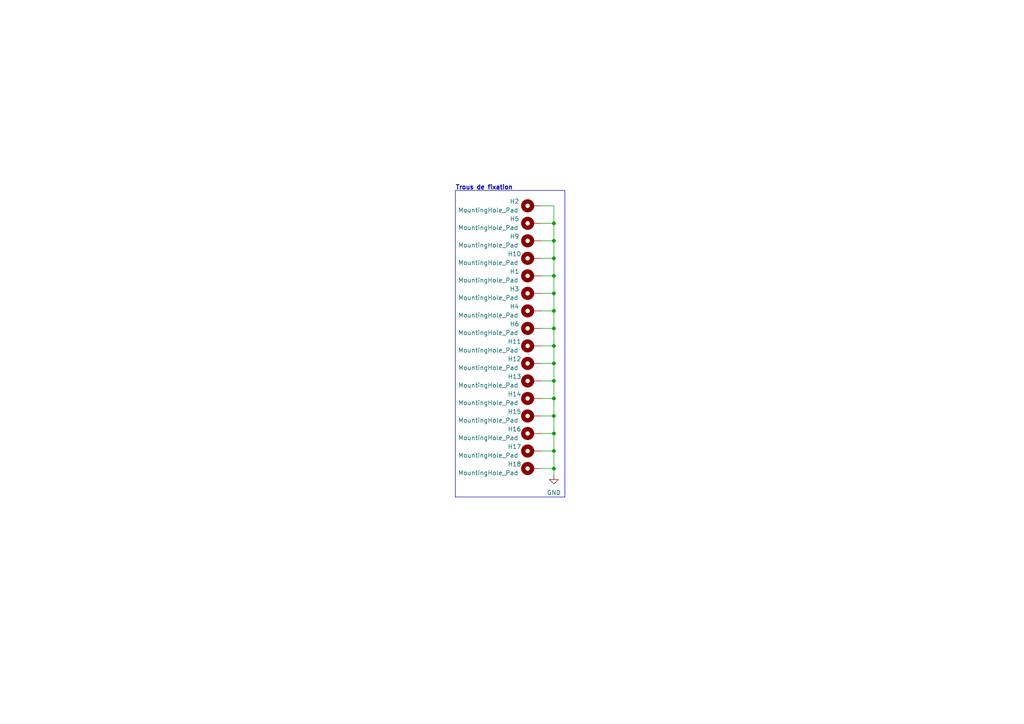
<source format=kicad_sch>
(kicad_sch (version 20230121) (generator eeschema)

  (uuid 3408d0eb-193c-4a64-ae21-39689b1acf7d)

  (paper "A4")

  (lib_symbols
    (symbol "Mechanical:MountingHole_Pad" (pin_numbers hide) (pin_names (offset 1.016) hide) (in_bom yes) (on_board yes)
      (property "Reference" "H" (at 0 6.35 0)
        (effects (font (size 1.27 1.27)))
      )
      (property "Value" "MountingHole_Pad" (at 0 4.445 0)
        (effects (font (size 1.27 1.27)))
      )
      (property "Footprint" "" (at 0 0 0)
        (effects (font (size 1.27 1.27)) hide)
      )
      (property "Datasheet" "~" (at 0 0 0)
        (effects (font (size 1.27 1.27)) hide)
      )
      (property "ki_keywords" "mounting hole" (at 0 0 0)
        (effects (font (size 1.27 1.27)) hide)
      )
      (property "ki_description" "Mounting Hole with connection" (at 0 0 0)
        (effects (font (size 1.27 1.27)) hide)
      )
      (property "ki_fp_filters" "MountingHole*Pad*" (at 0 0 0)
        (effects (font (size 1.27 1.27)) hide)
      )
      (symbol "MountingHole_Pad_0_1"
        (circle (center 0 1.27) (radius 1.27)
          (stroke (width 1.27) (type default))
          (fill (type none))
        )
      )
      (symbol "MountingHole_Pad_1_1"
        (pin input line (at 0 -2.54 90) (length 2.54)
          (name "1" (effects (font (size 1.27 1.27))))
          (number "1" (effects (font (size 1.27 1.27))))
        )
      )
    )
    (symbol "power:GND" (power) (pin_names (offset 0)) (in_bom yes) (on_board yes)
      (property "Reference" "#PWR" (at 0 -6.35 0)
        (effects (font (size 1.27 1.27)) hide)
      )
      (property "Value" "GND" (at 0 -3.81 0)
        (effects (font (size 1.27 1.27)))
      )
      (property "Footprint" "" (at 0 0 0)
        (effects (font (size 1.27 1.27)) hide)
      )
      (property "Datasheet" "" (at 0 0 0)
        (effects (font (size 1.27 1.27)) hide)
      )
      (property "ki_keywords" "global power" (at 0 0 0)
        (effects (font (size 1.27 1.27)) hide)
      )
      (property "ki_description" "Power symbol creates a global label with name \"GND\" , ground" (at 0 0 0)
        (effects (font (size 1.27 1.27)) hide)
      )
      (symbol "GND_0_1"
        (polyline
          (pts
            (xy 0 0)
            (xy 0 -1.27)
            (xy 1.27 -1.27)
            (xy 0 -2.54)
            (xy -1.27 -1.27)
            (xy 0 -1.27)
          )
          (stroke (width 0) (type default))
          (fill (type none))
        )
      )
      (symbol "GND_1_1"
        (pin power_in line (at 0 0 270) (length 0) hide
          (name "GND" (effects (font (size 1.27 1.27))))
          (number "1" (effects (font (size 1.27 1.27))))
        )
      )
    )
  )

  (junction (at 160.655 110.49) (diameter 0) (color 0 0 0 0)
    (uuid 2503c41e-5b8d-452d-9b3e-c1d79a3f0b0d)
  )
  (junction (at 160.655 80.01) (diameter 0) (color 0 0 0 0)
    (uuid 31e87d19-327e-4cb6-83a9-b1552655d88c)
  )
  (junction (at 160.655 85.09) (diameter 0) (color 0 0 0 0)
    (uuid 47a02279-3c1c-4561-9ae1-c8011f5040ea)
  )
  (junction (at 160.655 95.25) (diameter 0) (color 0 0 0 0)
    (uuid 48f80204-f55d-44b5-9a5e-03c3abdaefdf)
  )
  (junction (at 160.655 120.65) (diameter 0) (color 0 0 0 0)
    (uuid 5ac3e7d7-86d7-44a6-90e2-67f524f0f06d)
  )
  (junction (at 160.655 115.57) (diameter 0) (color 0 0 0 0)
    (uuid 899949f2-e629-4c5e-bf2b-5d1270e81640)
  )
  (junction (at 160.655 69.85) (diameter 0) (color 0 0 0 0)
    (uuid 8b7076fe-47a4-4a93-a0b6-f76776d0a606)
  )
  (junction (at 160.655 64.77) (diameter 0) (color 0 0 0 0)
    (uuid 938554c6-387f-4025-b5aa-becac12fef38)
  )
  (junction (at 160.655 105.41) (diameter 0) (color 0 0 0 0)
    (uuid 97640046-288f-4ca8-9e7e-2b2031dbf82b)
  )
  (junction (at 160.655 74.93) (diameter 0) (color 0 0 0 0)
    (uuid 9aac5c46-9b9a-4eae-8af7-576a7a6e73bf)
  )
  (junction (at 160.655 135.89) (diameter 0) (color 0 0 0 0)
    (uuid abc936ac-fe4d-463a-b21b-9a557119293f)
  )
  (junction (at 160.655 125.73) (diameter 0) (color 0 0 0 0)
    (uuid c5ed16ef-f8f1-4b26-b1dd-7a796c79fc64)
  )
  (junction (at 160.655 90.17) (diameter 0) (color 0 0 0 0)
    (uuid dfb552f0-f8c5-48cb-b887-3c96e05a6282)
  )
  (junction (at 160.655 130.81) (diameter 0) (color 0 0 0 0)
    (uuid e3d06e40-0a64-4e9b-851d-2477c720bd59)
  )
  (junction (at 160.655 100.33) (diameter 0) (color 0 0 0 0)
    (uuid e960e0bc-533f-4765-a986-8dc5841204bf)
  )

  (wire (pts (xy 160.655 90.17) (xy 160.655 95.25))
    (stroke (width 0) (type default))
    (uuid 0733ca08-b65e-4855-8f96-c0d3fc26cc11)
  )
  (wire (pts (xy 160.655 74.93) (xy 160.655 80.01))
    (stroke (width 0) (type default))
    (uuid 085e720c-07c9-4b83-b10b-ba9d5cd6e682)
  )
  (wire (pts (xy 160.655 115.57) (xy 160.655 120.65))
    (stroke (width 0) (type default))
    (uuid 0db4ac01-b00c-4224-b49b-8b7b273083eb)
  )
  (wire (pts (xy 160.655 105.41) (xy 160.655 110.49))
    (stroke (width 0) (type default))
    (uuid 184cee01-89a0-4730-994d-48345d168673)
  )
  (wire (pts (xy 156.845 125.73) (xy 160.655 125.73))
    (stroke (width 0) (type default))
    (uuid 2a0a9b7b-62e0-421d-85d1-c34d7fee7e23)
  )
  (wire (pts (xy 160.655 100.33) (xy 160.655 105.41))
    (stroke (width 0) (type default))
    (uuid 3454b23e-b223-4ad3-a44d-e723f396e590)
  )
  (wire (pts (xy 160.655 95.25) (xy 160.655 100.33))
    (stroke (width 0) (type default))
    (uuid 35ea034b-ded2-40fd-b22a-da1511163ba7)
  )
  (wire (pts (xy 160.655 74.93) (xy 156.845 74.93))
    (stroke (width 0) (type default))
    (uuid 450e09c3-0756-4180-9839-f42f3127626a)
  )
  (wire (pts (xy 160.655 135.89) (xy 160.655 137.795))
    (stroke (width 0) (type default))
    (uuid 452c9ac9-06d2-4e23-8a33-818143e6a5ab)
  )
  (polyline (pts (xy 132.08 55.245) (xy 132.08 144.145))
    (stroke (width 0) (type default))
    (uuid 4fc000ab-85b7-4986-bd82-a797d5d6d9a6)
  )

  (wire (pts (xy 156.845 130.81) (xy 160.655 130.81))
    (stroke (width 0) (type default))
    (uuid 54cb5def-7186-4add-ab85-5754e20db14c)
  )
  (wire (pts (xy 160.655 59.69) (xy 160.655 64.77))
    (stroke (width 0) (type default))
    (uuid 5a0bb9c1-3067-4524-b03c-753b0f292c35)
  )
  (wire (pts (xy 160.655 64.77) (xy 156.845 64.77))
    (stroke (width 0) (type default))
    (uuid 5b61c33c-9116-4ff3-82b3-fe08a9da14f5)
  )
  (wire (pts (xy 156.845 100.33) (xy 160.655 100.33))
    (stroke (width 0) (type default))
    (uuid 5e9a33c9-cde7-4303-b7fd-577437ea783a)
  )
  (wire (pts (xy 160.655 125.73) (xy 160.655 130.81))
    (stroke (width 0) (type default))
    (uuid 61d378b4-c1da-4ec4-beaa-0a06029a95bf)
  )
  (wire (pts (xy 156.845 59.69) (xy 160.655 59.69))
    (stroke (width 0) (type default))
    (uuid 66b275af-6289-4e14-aeaa-cc54a01afc2f)
  )
  (wire (pts (xy 160.655 69.85) (xy 156.845 69.85))
    (stroke (width 0) (type default))
    (uuid 6faef9a7-1e91-46e8-ae3c-abdce46304e9)
  )
  (wire (pts (xy 160.655 110.49) (xy 160.655 115.57))
    (stroke (width 0) (type default))
    (uuid 72ae465b-d5c4-48a0-8d6d-54101d3a8a46)
  )
  (wire (pts (xy 156.845 110.49) (xy 160.655 110.49))
    (stroke (width 0) (type default))
    (uuid 7fe5624d-e9c6-4f80-884a-d593823ab9ce)
  )
  (wire (pts (xy 156.845 120.65) (xy 160.655 120.65))
    (stroke (width 0) (type default))
    (uuid 80da4cdb-daa0-4300-b288-14ac4c30133c)
  )
  (wire (pts (xy 156.845 115.57) (xy 160.655 115.57))
    (stroke (width 0) (type default))
    (uuid 849a9eff-86ac-4a63-9f03-b1fdf79e9254)
  )
  (wire (pts (xy 156.845 95.25) (xy 160.655 95.25))
    (stroke (width 0) (type default))
    (uuid 8e59446a-b422-4233-a180-fc0efa2174de)
  )
  (wire (pts (xy 160.655 69.85) (xy 160.655 74.93))
    (stroke (width 0) (type default))
    (uuid 903b1167-c5d9-4a8b-b38a-e7bb4b3cba18)
  )
  (wire (pts (xy 160.655 64.77) (xy 160.655 69.85))
    (stroke (width 0) (type default))
    (uuid aa540e07-52a4-49ff-b551-14b973eea04e)
  )
  (polyline (pts (xy 132.08 144.145) (xy 163.83 144.145))
    (stroke (width 0) (type default))
    (uuid ac2fd412-482a-489b-820f-823d8bc4fa4c)
  )

  (wire (pts (xy 156.845 105.41) (xy 160.655 105.41))
    (stroke (width 0) (type default))
    (uuid b32919b0-7770-4c18-9172-ef4c35d2f6e2)
  )
  (wire (pts (xy 156.845 80.01) (xy 160.655 80.01))
    (stroke (width 0) (type default))
    (uuid bcc2c0ce-1ba2-484c-a6aa-d5f1d11a444f)
  )
  (polyline (pts (xy 132.08 55.245) (xy 163.83 55.245))
    (stroke (width 0) (type default))
    (uuid be1df298-fa77-4cd9-8ff3-54e1e0df5ad4)
  )

  (wire (pts (xy 156.845 85.09) (xy 160.655 85.09))
    (stroke (width 0) (type default))
    (uuid bf3ec7a7-ded0-49eb-a641-1959f2c1c8bc)
  )
  (polyline (pts (xy 163.83 144.145) (xy 163.83 55.245))
    (stroke (width 0) (type default))
    (uuid d1b1379c-a7b0-43be-bf95-c47d309b5382)
  )

  (wire (pts (xy 160.655 80.01) (xy 160.655 85.09))
    (stroke (width 0) (type default))
    (uuid df294542-7ca9-4595-9e77-890ee92298e2)
  )
  (wire (pts (xy 160.655 85.09) (xy 160.655 90.17))
    (stroke (width 0) (type default))
    (uuid e2ec2fda-bf69-4104-867c-821b8dfae521)
  )
  (wire (pts (xy 156.845 135.89) (xy 160.655 135.89))
    (stroke (width 0) (type default))
    (uuid f134d933-751c-4cc2-ba3f-ac43f83b99a7)
  )
  (wire (pts (xy 156.845 90.17) (xy 160.655 90.17))
    (stroke (width 0) (type default))
    (uuid f65422a0-0cdb-4d3e-95e1-cc04b79b8ec0)
  )
  (wire (pts (xy 160.655 120.65) (xy 160.655 125.73))
    (stroke (width 0) (type default))
    (uuid f7e735ae-740c-41f9-9355-97adfef086c6)
  )
  (wire (pts (xy 160.655 130.81) (xy 160.655 135.89))
    (stroke (width 0) (type default))
    (uuid fed70dca-724a-4ac9-aefd-edb82ac6f9dd)
  )

  (text "Trous de fixation" (at 132.08 55.245 0)
    (effects (font (size 1.27 1.27) bold) (justify left bottom))
    (uuid 46169e0b-818e-48cf-a51e-8ab36d705486)
  )

  (symbol (lib_id "Mechanical:MountingHole_Pad") (at 154.305 95.25 90) (unit 1)
    (in_bom yes) (on_board yes) (dnp no)
    (uuid 04046467-4e72-4e4d-ab02-3000ffdb230c)
    (property "Reference" "H6" (at 149.225 93.98 90)
      (effects (font (size 1.27 1.27)))
    )
    (property "Value" "MountingHole_Pad" (at 141.605 96.52 90)
      (effects (font (size 1.27 1.27)))
    )
    (property "Footprint" "MountingHole:MountingHole_2.5mm_Pad" (at 154.305 95.25 0)
      (effects (font (size 1.27 1.27)) hide)
    )
    (property "Datasheet" "~" (at 154.305 95.25 0)
      (effects (font (size 1.27 1.27)) hide)
    )
    (pin "1" (uuid 68fc531e-c6fe-4bc5-b679-daea75f6f224))
    (instances
      (project "Projet_PAZ"
        (path "/2ce892fe-c082-4bae-b2dd-3c3e6d69cf95/2acaa071-a446-4632-9f52-d17d56c253c5"
          (reference "H6") (unit 1)
        )
      )
    )
  )

  (symbol (lib_id "Mechanical:MountingHole_Pad") (at 154.305 130.81 90) (unit 1)
    (in_bom yes) (on_board yes) (dnp no)
    (uuid 10ba5360-71b2-43ab-8684-de3ca39b3b8b)
    (property "Reference" "H17" (at 149.225 129.54 90)
      (effects (font (size 1.27 1.27)))
    )
    (property "Value" "MountingHole_Pad" (at 141.605 132.08 90)
      (effects (font (size 1.27 1.27)))
    )
    (property "Footprint" "MountingHole:MountingHole_2.5mm_Pad" (at 154.305 130.81 0)
      (effects (font (size 1.27 1.27)) hide)
    )
    (property "Datasheet" "~" (at 154.305 130.81 0)
      (effects (font (size 1.27 1.27)) hide)
    )
    (pin "1" (uuid 3866bbc3-4b5e-4d1d-afc4-4551b4c68c5f))
    (instances
      (project "Projet_PAZ"
        (path "/2ce892fe-c082-4bae-b2dd-3c3e6d69cf95/2acaa071-a446-4632-9f52-d17d56c253c5"
          (reference "H17") (unit 1)
        )
      )
    )
  )

  (symbol (lib_id "power:GND") (at 160.655 137.795 0) (unit 1)
    (in_bom yes) (on_board yes) (dnp no) (fields_autoplaced)
    (uuid 2cd004c6-6a3e-41ad-94ff-a42ee8796bf8)
    (property "Reference" "#PWR031" (at 160.655 144.145 0)
      (effects (font (size 1.27 1.27)) hide)
    )
    (property "Value" "GND" (at 160.655 142.875 0)
      (effects (font (size 1.27 1.27)))
    )
    (property "Footprint" "" (at 160.655 137.795 0)
      (effects (font (size 1.27 1.27)) hide)
    )
    (property "Datasheet" "" (at 160.655 137.795 0)
      (effects (font (size 1.27 1.27)) hide)
    )
    (pin "1" (uuid 1aeb8fe4-4e18-4a30-bfc8-e050fc476387))
    (instances
      (project "Projet_PAZ"
        (path "/2ce892fe-c082-4bae-b2dd-3c3e6d69cf95/2acaa071-a446-4632-9f52-d17d56c253c5"
          (reference "#PWR031") (unit 1)
        )
      )
    )
  )

  (symbol (lib_id "Mechanical:MountingHole_Pad") (at 154.305 120.65 90) (unit 1)
    (in_bom yes) (on_board yes) (dnp no)
    (uuid 47e5d93b-6bc7-4164-84b0-81e0ae30c76f)
    (property "Reference" "H15" (at 149.225 119.38 90)
      (effects (font (size 1.27 1.27)))
    )
    (property "Value" "MountingHole_Pad" (at 141.605 121.92 90)
      (effects (font (size 1.27 1.27)))
    )
    (property "Footprint" "MountingHole:MountingHole_2.5mm_Pad" (at 154.305 120.65 0)
      (effects (font (size 1.27 1.27)) hide)
    )
    (property "Datasheet" "~" (at 154.305 120.65 0)
      (effects (font (size 1.27 1.27)) hide)
    )
    (pin "1" (uuid 26671745-59fb-4a14-95e8-695eb78f3613))
    (instances
      (project "Projet_PAZ"
        (path "/2ce892fe-c082-4bae-b2dd-3c3e6d69cf95/2acaa071-a446-4632-9f52-d17d56c253c5"
          (reference "H15") (unit 1)
        )
      )
    )
  )

  (symbol (lib_id "Mechanical:MountingHole_Pad") (at 154.305 90.17 90) (unit 1)
    (in_bom yes) (on_board yes) (dnp no)
    (uuid 4e39737c-4f29-415c-9630-821929d5b5fa)
    (property "Reference" "H4" (at 149.225 88.9 90)
      (effects (font (size 1.27 1.27)))
    )
    (property "Value" "MountingHole_Pad" (at 141.605 91.44 90)
      (effects (font (size 1.27 1.27)))
    )
    (property "Footprint" "MountingHole:MountingHole_2.5mm_Pad" (at 154.305 90.17 0)
      (effects (font (size 1.27 1.27)) hide)
    )
    (property "Datasheet" "~" (at 154.305 90.17 0)
      (effects (font (size 1.27 1.27)) hide)
    )
    (pin "1" (uuid 95562667-ff8f-4982-bb09-c22a772dbb9f))
    (instances
      (project "Projet_PAZ"
        (path "/2ce892fe-c082-4bae-b2dd-3c3e6d69cf95/2acaa071-a446-4632-9f52-d17d56c253c5"
          (reference "H4") (unit 1)
        )
      )
    )
  )

  (symbol (lib_id "Mechanical:MountingHole_Pad") (at 154.305 59.69 90) (unit 1)
    (in_bom yes) (on_board yes) (dnp no)
    (uuid 56ec8765-a29c-46bc-8c83-31f192e85d4b)
    (property "Reference" "H2" (at 149.225 58.42 90)
      (effects (font (size 1.27 1.27)))
    )
    (property "Value" "MountingHole_Pad" (at 141.605 60.96 90)
      (effects (font (size 1.27 1.27)))
    )
    (property "Footprint" "MountingHole:MountingHole_3.2mm_M3_DIN965_Pad" (at 154.305 59.69 0)
      (effects (font (size 1.27 1.27)) hide)
    )
    (property "Datasheet" "~" (at 154.305 59.69 0)
      (effects (font (size 1.27 1.27)) hide)
    )
    (pin "1" (uuid 07033153-7dbf-4a4e-94fd-358faae73d07))
    (instances
      (project "Projet_PAZ"
        (path "/2ce892fe-c082-4bae-b2dd-3c3e6d69cf95/2acaa071-a446-4632-9f52-d17d56c253c5"
          (reference "H2") (unit 1)
        )
      )
    )
  )

  (symbol (lib_id "Mechanical:MountingHole_Pad") (at 154.305 135.89 90) (unit 1)
    (in_bom yes) (on_board yes) (dnp no)
    (uuid 6a0b4405-fb4f-4048-b1aa-8049d8fa16a8)
    (property "Reference" "H18" (at 149.225 134.62 90)
      (effects (font (size 1.27 1.27)))
    )
    (property "Value" "MountingHole_Pad" (at 141.605 137.16 90)
      (effects (font (size 1.27 1.27)))
    )
    (property "Footprint" "MountingHole:MountingHole_2.5mm_Pad" (at 154.305 135.89 0)
      (effects (font (size 1.27 1.27)) hide)
    )
    (property "Datasheet" "~" (at 154.305 135.89 0)
      (effects (font (size 1.27 1.27)) hide)
    )
    (pin "1" (uuid 64c60153-49f5-454f-9b05-2703a0793f0b))
    (instances
      (project "Projet_PAZ"
        (path "/2ce892fe-c082-4bae-b2dd-3c3e6d69cf95/2acaa071-a446-4632-9f52-d17d56c253c5"
          (reference "H18") (unit 1)
        )
      )
    )
  )

  (symbol (lib_id "Mechanical:MountingHole_Pad") (at 154.305 115.57 90) (unit 1)
    (in_bom yes) (on_board yes) (dnp no)
    (uuid 7d3d53c2-a108-4aa0-b135-5777923c36b7)
    (property "Reference" "H14" (at 149.225 114.3 90)
      (effects (font (size 1.27 1.27)))
    )
    (property "Value" "MountingHole_Pad" (at 141.605 116.84 90)
      (effects (font (size 1.27 1.27)))
    )
    (property "Footprint" "MountingHole:MountingHole_2.5mm_Pad" (at 154.305 115.57 0)
      (effects (font (size 1.27 1.27)) hide)
    )
    (property "Datasheet" "~" (at 154.305 115.57 0)
      (effects (font (size 1.27 1.27)) hide)
    )
    (pin "1" (uuid fc6b4a0a-8759-43ef-afcf-9b36b0a46e7f))
    (instances
      (project "Projet_PAZ"
        (path "/2ce892fe-c082-4bae-b2dd-3c3e6d69cf95/2acaa071-a446-4632-9f52-d17d56c253c5"
          (reference "H14") (unit 1)
        )
      )
    )
  )

  (symbol (lib_id "Mechanical:MountingHole_Pad") (at 154.305 100.33 90) (unit 1)
    (in_bom yes) (on_board yes) (dnp no)
    (uuid a0c06852-68ad-464d-ba75-396370135910)
    (property "Reference" "H11" (at 149.225 99.06 90)
      (effects (font (size 1.27 1.27)))
    )
    (property "Value" "MountingHole_Pad" (at 141.605 101.6 90)
      (effects (font (size 1.27 1.27)))
    )
    (property "Footprint" "MountingHole:MountingHole_2.5mm_Pad" (at 154.305 100.33 0)
      (effects (font (size 1.27 1.27)) hide)
    )
    (property "Datasheet" "~" (at 154.305 100.33 0)
      (effects (font (size 1.27 1.27)) hide)
    )
    (pin "1" (uuid 1f489cd1-a07c-409c-97d4-0fb5272182a9))
    (instances
      (project "Projet_PAZ"
        (path "/2ce892fe-c082-4bae-b2dd-3c3e6d69cf95/2acaa071-a446-4632-9f52-d17d56c253c5"
          (reference "H11") (unit 1)
        )
      )
    )
  )

  (symbol (lib_id "Mechanical:MountingHole_Pad") (at 154.305 80.01 90) (unit 1)
    (in_bom yes) (on_board yes) (dnp no)
    (uuid ba0c37e2-2e4e-416e-a4ea-d406312f9127)
    (property "Reference" "H1" (at 149.225 78.74 90)
      (effects (font (size 1.27 1.27)))
    )
    (property "Value" "MountingHole_Pad" (at 141.605 81.28 90)
      (effects (font (size 1.27 1.27)))
    )
    (property "Footprint" "MountingHole:MountingHole_2.5mm_Pad" (at 154.305 80.01 0)
      (effects (font (size 1.27 1.27)) hide)
    )
    (property "Datasheet" "~" (at 154.305 80.01 0)
      (effects (font (size 1.27 1.27)) hide)
    )
    (pin "1" (uuid 1457bcfe-40d7-421c-97f9-fe3e9d982168))
    (instances
      (project "Projet_PAZ"
        (path "/2ce892fe-c082-4bae-b2dd-3c3e6d69cf95/2acaa071-a446-4632-9f52-d17d56c253c5"
          (reference "H1") (unit 1)
        )
      )
    )
  )

  (symbol (lib_id "Mechanical:MountingHole_Pad") (at 154.305 74.93 90) (unit 1)
    (in_bom yes) (on_board yes) (dnp no)
    (uuid c61c2447-fce7-421f-8b75-365b47852b75)
    (property "Reference" "H10" (at 149.225 73.66 90)
      (effects (font (size 1.27 1.27)))
    )
    (property "Value" "MountingHole_Pad" (at 141.605 76.2 90)
      (effects (font (size 1.27 1.27)))
    )
    (property "Footprint" "MountingHole:MountingHole_3.2mm_M3_DIN965_Pad" (at 154.305 74.93 0)
      (effects (font (size 1.27 1.27)) hide)
    )
    (property "Datasheet" "~" (at 154.305 74.93 0)
      (effects (font (size 1.27 1.27)) hide)
    )
    (pin "1" (uuid cb83fec6-a4c2-4871-8131-f811f27736e1))
    (instances
      (project "Projet_PAZ"
        (path "/2ce892fe-c082-4bae-b2dd-3c3e6d69cf95/2acaa071-a446-4632-9f52-d17d56c253c5"
          (reference "H10") (unit 1)
        )
      )
    )
  )

  (symbol (lib_id "Mechanical:MountingHole_Pad") (at 154.305 125.73 90) (unit 1)
    (in_bom yes) (on_board yes) (dnp no)
    (uuid c974b9b2-ad9a-4b5a-8b1e-7b5630953031)
    (property "Reference" "H16" (at 149.225 124.46 90)
      (effects (font (size 1.27 1.27)))
    )
    (property "Value" "MountingHole_Pad" (at 141.605 127 90)
      (effects (font (size 1.27 1.27)))
    )
    (property "Footprint" "MountingHole:MountingHole_2.5mm_Pad" (at 154.305 125.73 0)
      (effects (font (size 1.27 1.27)) hide)
    )
    (property "Datasheet" "~" (at 154.305 125.73 0)
      (effects (font (size 1.27 1.27)) hide)
    )
    (pin "1" (uuid 80abd941-c8d1-470a-b6c9-9701c8934b0f))
    (instances
      (project "Projet_PAZ"
        (path "/2ce892fe-c082-4bae-b2dd-3c3e6d69cf95/2acaa071-a446-4632-9f52-d17d56c253c5"
          (reference "H16") (unit 1)
        )
      )
    )
  )

  (symbol (lib_id "Mechanical:MountingHole_Pad") (at 154.305 64.77 90) (unit 1)
    (in_bom yes) (on_board yes) (dnp no)
    (uuid e5f64692-9abf-4b43-b695-13055c6616c4)
    (property "Reference" "H5" (at 149.225 63.5 90)
      (effects (font (size 1.27 1.27)))
    )
    (property "Value" "MountingHole_Pad" (at 141.605 66.04 90)
      (effects (font (size 1.27 1.27)))
    )
    (property "Footprint" "MountingHole:MountingHole_3.2mm_M3_DIN965_Pad" (at 154.305 64.77 0)
      (effects (font (size 1.27 1.27)) hide)
    )
    (property "Datasheet" "~" (at 154.305 64.77 0)
      (effects (font (size 1.27 1.27)) hide)
    )
    (pin "1" (uuid ffb82c3d-2eee-4bf1-96aa-4158410b00b4))
    (instances
      (project "Projet_PAZ"
        (path "/2ce892fe-c082-4bae-b2dd-3c3e6d69cf95/2acaa071-a446-4632-9f52-d17d56c253c5"
          (reference "H5") (unit 1)
        )
      )
    )
  )

  (symbol (lib_id "Mechanical:MountingHole_Pad") (at 154.305 110.49 90) (unit 1)
    (in_bom yes) (on_board yes) (dnp no)
    (uuid ea6a8053-ebda-4d17-9a5a-1ed7aa2d66d4)
    (property "Reference" "H13" (at 149.225 109.22 90)
      (effects (font (size 1.27 1.27)))
    )
    (property "Value" "MountingHole_Pad" (at 141.605 111.76 90)
      (effects (font (size 1.27 1.27)))
    )
    (property "Footprint" "MountingHole:MountingHole_2.5mm_Pad" (at 154.305 110.49 0)
      (effects (font (size 1.27 1.27)) hide)
    )
    (property "Datasheet" "~" (at 154.305 110.49 0)
      (effects (font (size 1.27 1.27)) hide)
    )
    (pin "1" (uuid a6df04e8-d62b-4551-9c0c-85607a35b946))
    (instances
      (project "Projet_PAZ"
        (path "/2ce892fe-c082-4bae-b2dd-3c3e6d69cf95/2acaa071-a446-4632-9f52-d17d56c253c5"
          (reference "H13") (unit 1)
        )
      )
    )
  )

  (symbol (lib_id "Mechanical:MountingHole_Pad") (at 154.305 85.09 90) (unit 1)
    (in_bom yes) (on_board yes) (dnp no)
    (uuid f7f47154-5e8e-4034-93ad-da983178bbcb)
    (property "Reference" "H3" (at 149.225 83.82 90)
      (effects (font (size 1.27 1.27)))
    )
    (property "Value" "MountingHole_Pad" (at 141.605 86.36 90)
      (effects (font (size 1.27 1.27)))
    )
    (property "Footprint" "MountingHole:MountingHole_2.5mm_Pad" (at 154.305 85.09 0)
      (effects (font (size 1.27 1.27)) hide)
    )
    (property "Datasheet" "~" (at 154.305 85.09 0)
      (effects (font (size 1.27 1.27)) hide)
    )
    (pin "1" (uuid a968cbec-d1c1-4f0a-85fa-910fb0103a3f))
    (instances
      (project "Projet_PAZ"
        (path "/2ce892fe-c082-4bae-b2dd-3c3e6d69cf95/2acaa071-a446-4632-9f52-d17d56c253c5"
          (reference "H3") (unit 1)
        )
      )
    )
  )

  (symbol (lib_id "Mechanical:MountingHole_Pad") (at 154.305 105.41 90) (unit 1)
    (in_bom yes) (on_board yes) (dnp no)
    (uuid fb719ecf-c17e-4b87-8432-3b309726c99d)
    (property "Reference" "H12" (at 149.225 104.14 90)
      (effects (font (size 1.27 1.27)))
    )
    (property "Value" "MountingHole_Pad" (at 141.605 106.68 90)
      (effects (font (size 1.27 1.27)))
    )
    (property "Footprint" "MountingHole:MountingHole_2.5mm_Pad" (at 154.305 105.41 0)
      (effects (font (size 1.27 1.27)) hide)
    )
    (property "Datasheet" "~" (at 154.305 105.41 0)
      (effects (font (size 1.27 1.27)) hide)
    )
    (pin "1" (uuid a93b0ea4-54ee-46b4-807d-e57a7023f182))
    (instances
      (project "Projet_PAZ"
        (path "/2ce892fe-c082-4bae-b2dd-3c3e6d69cf95/2acaa071-a446-4632-9f52-d17d56c253c5"
          (reference "H12") (unit 1)
        )
      )
    )
  )

  (symbol (lib_id "Mechanical:MountingHole_Pad") (at 154.305 69.85 90) (unit 1)
    (in_bom yes) (on_board yes) (dnp no)
    (uuid fc34fb18-0237-4e56-b278-5d61fba4240b)
    (property "Reference" "H9" (at 149.225 68.58 90)
      (effects (font (size 1.27 1.27)))
    )
    (property "Value" "MountingHole_Pad" (at 141.605 71.12 90)
      (effects (font (size 1.27 1.27)))
    )
    (property "Footprint" "MountingHole:MountingHole_3.2mm_M3_DIN965_Pad" (at 154.305 69.85 0)
      (effects (font (size 1.27 1.27)) hide)
    )
    (property "Datasheet" "~" (at 154.305 69.85 0)
      (effects (font (size 1.27 1.27)) hide)
    )
    (pin "1" (uuid 54de9aec-24ad-4d80-8737-37187631d13a))
    (instances
      (project "Projet_PAZ"
        (path "/2ce892fe-c082-4bae-b2dd-3c3e6d69cf95/2acaa071-a446-4632-9f52-d17d56c253c5"
          (reference "H9") (unit 1)
        )
      )
    )
  )
)

</source>
